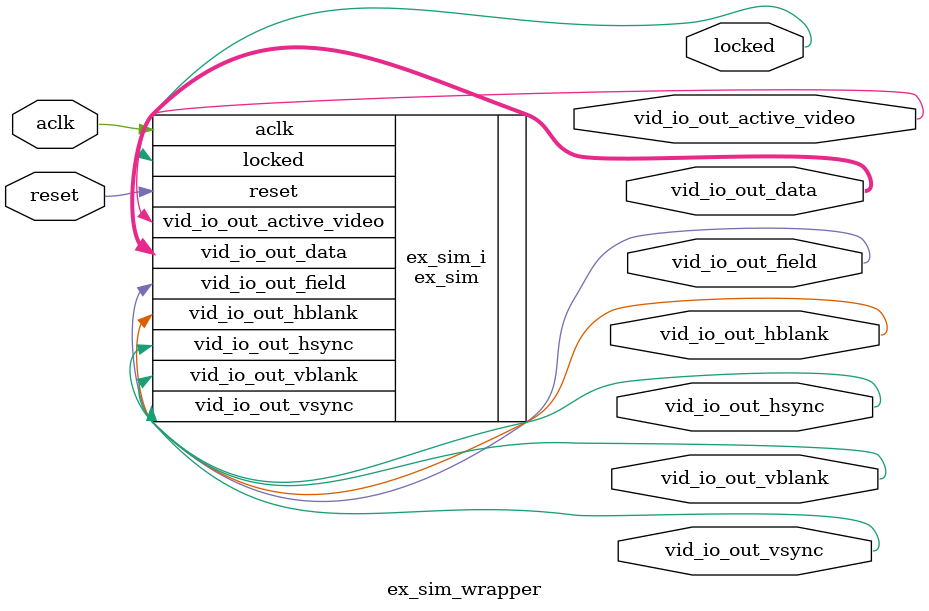
<source format=v>
`timescale 1 ps / 1 ps

module ex_sim_wrapper
   (aclk,
    locked,
    reset,
    vid_io_out_active_video,
    vid_io_out_data,
    vid_io_out_field,
    vid_io_out_hblank,
    vid_io_out_hsync,
    vid_io_out_vblank,
    vid_io_out_vsync);
  input aclk;
  output locked;
  input reset;
  output vid_io_out_active_video;
  output [23:0]vid_io_out_data;
  output vid_io_out_field;
  output vid_io_out_hblank;
  output vid_io_out_hsync;
  output vid_io_out_vblank;
  output vid_io_out_vsync;

  wire aclk;
  wire locked;
  wire reset;
  wire vid_io_out_active_video;
  wire [23:0]vid_io_out_data;
  wire vid_io_out_field;
  wire vid_io_out_hblank;
  wire vid_io_out_hsync;
  wire vid_io_out_vblank;
  wire vid_io_out_vsync;

  ex_sim ex_sim_i
       (.aclk(aclk),
        .locked(locked),
        .reset(reset),
        .vid_io_out_active_video(vid_io_out_active_video),
        .vid_io_out_data(vid_io_out_data),
        .vid_io_out_field(vid_io_out_field),
        .vid_io_out_hblank(vid_io_out_hblank),
        .vid_io_out_hsync(vid_io_out_hsync),
        .vid_io_out_vblank(vid_io_out_vblank),
        .vid_io_out_vsync(vid_io_out_vsync));
endmodule

</source>
